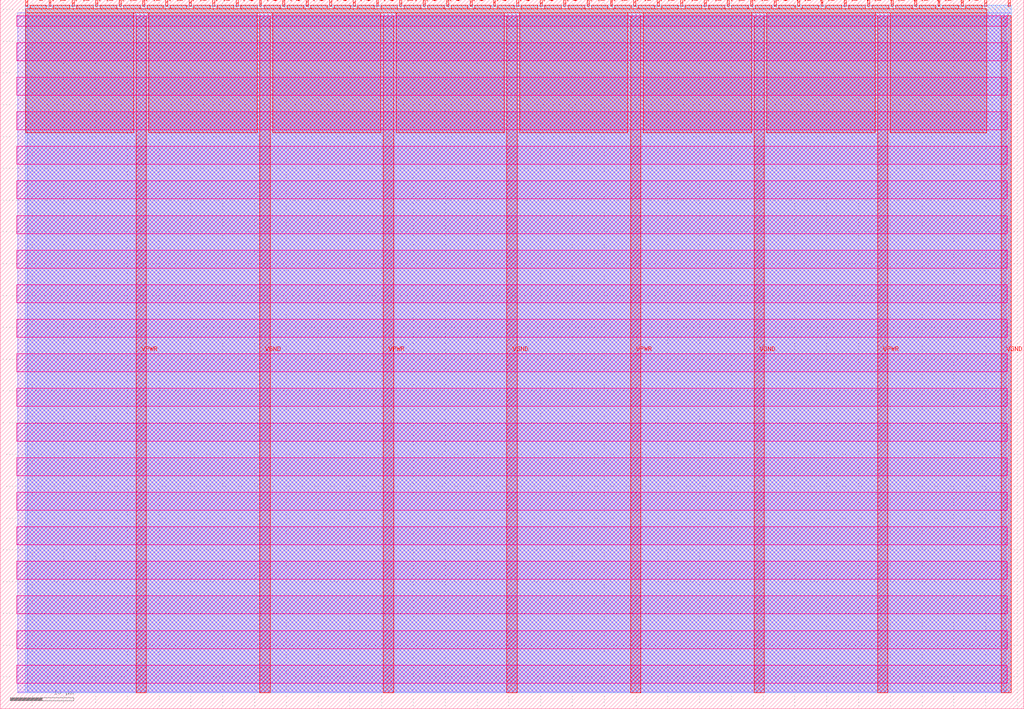
<source format=lef>
VERSION 5.7 ;
  NOWIREEXTENSIONATPIN ON ;
  DIVIDERCHAR "/" ;
  BUSBITCHARS "[]" ;
MACRO tt_um_rng
  CLASS BLOCK ;
  FOREIGN tt_um_rng ;
  ORIGIN 0.000 0.000 ;
  SIZE 161.000 BY 111.520 ;
  PIN VGND
    DIRECTION INOUT ;
    USE GROUND ;
    PORT
      LAYER met4 ;
        RECT 40.830 2.480 42.430 109.040 ;
    END
    PORT
      LAYER met4 ;
        RECT 79.700 2.480 81.300 109.040 ;
    END
    PORT
      LAYER met4 ;
        RECT 118.570 2.480 120.170 109.040 ;
    END
    PORT
      LAYER met4 ;
        RECT 157.440 2.480 159.040 109.040 ;
    END
  END VGND
  PIN VPWR
    DIRECTION INOUT ;
    USE POWER ;
    PORT
      LAYER met4 ;
        RECT 21.395 2.480 22.995 109.040 ;
    END
    PORT
      LAYER met4 ;
        RECT 60.265 2.480 61.865 109.040 ;
    END
    PORT
      LAYER met4 ;
        RECT 99.135 2.480 100.735 109.040 ;
    END
    PORT
      LAYER met4 ;
        RECT 138.005 2.480 139.605 109.040 ;
    END
  END VPWR
  PIN clk
    DIRECTION INPUT ;
    USE SIGNAL ;
    ANTENNAGATEAREA 0.852000 ;
    PORT
      LAYER met4 ;
        RECT 154.870 110.520 155.170 111.520 ;
    END
  END clk
  PIN ena
    DIRECTION INPUT ;
    USE SIGNAL ;
    PORT
      LAYER met4 ;
        RECT 158.550 110.520 158.850 111.520 ;
    END
  END ena
  PIN rst_n
    DIRECTION INPUT ;
    USE SIGNAL ;
    ANTENNAGATEAREA 0.213000 ;
    PORT
      LAYER met4 ;
        RECT 151.190 110.520 151.490 111.520 ;
    END
  END rst_n
  PIN ui_in[0]
    DIRECTION INPUT ;
    USE SIGNAL ;
    PORT
      LAYER met4 ;
        RECT 147.510 110.520 147.810 111.520 ;
    END
  END ui_in[0]
  PIN ui_in[1]
    DIRECTION INPUT ;
    USE SIGNAL ;
    PORT
      LAYER met4 ;
        RECT 143.830 110.520 144.130 111.520 ;
    END
  END ui_in[1]
  PIN ui_in[2]
    DIRECTION INPUT ;
    USE SIGNAL ;
    PORT
      LAYER met4 ;
        RECT 140.150 110.520 140.450 111.520 ;
    END
  END ui_in[2]
  PIN ui_in[3]
    DIRECTION INPUT ;
    USE SIGNAL ;
    PORT
      LAYER met4 ;
        RECT 136.470 110.520 136.770 111.520 ;
    END
  END ui_in[3]
  PIN ui_in[4]
    DIRECTION INPUT ;
    USE SIGNAL ;
    ANTENNAGATEAREA 0.213000 ;
    PORT
      LAYER met4 ;
        RECT 132.790 110.520 133.090 111.520 ;
    END
  END ui_in[4]
  PIN ui_in[5]
    DIRECTION INPUT ;
    USE SIGNAL ;
    ANTENNAGATEAREA 0.196500 ;
    PORT
      LAYER met4 ;
        RECT 129.110 110.520 129.410 111.520 ;
    END
  END ui_in[5]
  PIN ui_in[6]
    DIRECTION INPUT ;
    USE SIGNAL ;
    PORT
      LAYER met4 ;
        RECT 125.430 110.520 125.730 111.520 ;
    END
  END ui_in[6]
  PIN ui_in[7]
    DIRECTION INPUT ;
    USE SIGNAL ;
    PORT
      LAYER met4 ;
        RECT 121.750 110.520 122.050 111.520 ;
    END
  END ui_in[7]
  PIN uio_in[0]
    DIRECTION INPUT ;
    USE SIGNAL ;
    ANTENNAGATEAREA 0.213000 ;
    ANTENNADIFFAREA 0.434700 ;
    PORT
      LAYER met4 ;
        RECT 118.070 110.520 118.370 111.520 ;
    END
  END uio_in[0]
  PIN uio_in[1]
    DIRECTION INPUT ;
    USE SIGNAL ;
    ANTENNAGATEAREA 0.213000 ;
    ANTENNADIFFAREA 0.434700 ;
    PORT
      LAYER met4 ;
        RECT 114.390 110.520 114.690 111.520 ;
    END
  END uio_in[1]
  PIN uio_in[2]
    DIRECTION INPUT ;
    USE SIGNAL ;
    ANTENNAGATEAREA 0.159000 ;
    ANTENNADIFFAREA 0.434700 ;
    PORT
      LAYER met4 ;
        RECT 110.710 110.520 111.010 111.520 ;
    END
  END uio_in[2]
  PIN uio_in[3]
    DIRECTION INPUT ;
    USE SIGNAL ;
    ANTENNAGATEAREA 0.213000 ;
    ANTENNADIFFAREA 0.434700 ;
    PORT
      LAYER met4 ;
        RECT 107.030 110.520 107.330 111.520 ;
    END
  END uio_in[3]
  PIN uio_in[4]
    DIRECTION INPUT ;
    USE SIGNAL ;
    PORT
      LAYER met4 ;
        RECT 103.350 110.520 103.650 111.520 ;
    END
  END uio_in[4]
  PIN uio_in[5]
    DIRECTION INPUT ;
    USE SIGNAL ;
    PORT
      LAYER met4 ;
        RECT 99.670 110.520 99.970 111.520 ;
    END
  END uio_in[5]
  PIN uio_in[6]
    DIRECTION INPUT ;
    USE SIGNAL ;
    PORT
      LAYER met4 ;
        RECT 95.990 110.520 96.290 111.520 ;
    END
  END uio_in[6]
  PIN uio_in[7]
    DIRECTION INPUT ;
    USE SIGNAL ;
    PORT
      LAYER met4 ;
        RECT 92.310 110.520 92.610 111.520 ;
    END
  END uio_in[7]
  PIN uio_oe[0]
    DIRECTION OUTPUT TRISTATE ;
    USE SIGNAL ;
    PORT
      LAYER met4 ;
        RECT 29.750 110.520 30.050 111.520 ;
    END
  END uio_oe[0]
  PIN uio_oe[1]
    DIRECTION OUTPUT TRISTATE ;
    USE SIGNAL ;
    PORT
      LAYER met4 ;
        RECT 26.070 110.520 26.370 111.520 ;
    END
  END uio_oe[1]
  PIN uio_oe[2]
    DIRECTION OUTPUT TRISTATE ;
    USE SIGNAL ;
    PORT
      LAYER met4 ;
        RECT 22.390 110.520 22.690 111.520 ;
    END
  END uio_oe[2]
  PIN uio_oe[3]
    DIRECTION OUTPUT TRISTATE ;
    USE SIGNAL ;
    PORT
      LAYER met4 ;
        RECT 18.710 110.520 19.010 111.520 ;
    END
  END uio_oe[3]
  PIN uio_oe[4]
    DIRECTION OUTPUT TRISTATE ;
    USE SIGNAL ;
    PORT
      LAYER met4 ;
        RECT 15.030 110.520 15.330 111.520 ;
    END
  END uio_oe[4]
  PIN uio_oe[5]
    DIRECTION OUTPUT TRISTATE ;
    USE SIGNAL ;
    PORT
      LAYER met4 ;
        RECT 11.350 110.520 11.650 111.520 ;
    END
  END uio_oe[5]
  PIN uio_oe[6]
    DIRECTION OUTPUT TRISTATE ;
    USE SIGNAL ;
    PORT
      LAYER met4 ;
        RECT 7.670 110.520 7.970 111.520 ;
    END
  END uio_oe[6]
  PIN uio_oe[7]
    DIRECTION OUTPUT TRISTATE ;
    USE SIGNAL ;
    PORT
      LAYER met4 ;
        RECT 3.990 110.520 4.290 111.520 ;
    END
  END uio_oe[7]
  PIN uio_out[0]
    DIRECTION OUTPUT TRISTATE ;
    USE SIGNAL ;
    PORT
      LAYER met4 ;
        RECT 59.190 110.520 59.490 111.520 ;
    END
  END uio_out[0]
  PIN uio_out[1]
    DIRECTION OUTPUT TRISTATE ;
    USE SIGNAL ;
    PORT
      LAYER met4 ;
        RECT 55.510 110.520 55.810 111.520 ;
    END
  END uio_out[1]
  PIN uio_out[2]
    DIRECTION OUTPUT TRISTATE ;
    USE SIGNAL ;
    PORT
      LAYER met4 ;
        RECT 51.830 110.520 52.130 111.520 ;
    END
  END uio_out[2]
  PIN uio_out[3]
    DIRECTION OUTPUT TRISTATE ;
    USE SIGNAL ;
    PORT
      LAYER met4 ;
        RECT 48.150 110.520 48.450 111.520 ;
    END
  END uio_out[3]
  PIN uio_out[4]
    DIRECTION OUTPUT TRISTATE ;
    USE SIGNAL ;
    ANTENNADIFFAREA 0.795200 ;
    PORT
      LAYER met4 ;
        RECT 44.470 110.520 44.770 111.520 ;
    END
  END uio_out[4]
  PIN uio_out[5]
    DIRECTION OUTPUT TRISTATE ;
    USE SIGNAL ;
    ANTENNADIFFAREA 0.795200 ;
    PORT
      LAYER met4 ;
        RECT 40.790 110.520 41.090 111.520 ;
    END
  END uio_out[5]
  PIN uio_out[6]
    DIRECTION OUTPUT TRISTATE ;
    USE SIGNAL ;
    ANTENNADIFFAREA 0.445500 ;
    PORT
      LAYER met4 ;
        RECT 37.110 110.520 37.410 111.520 ;
    END
  END uio_out[6]
  PIN uio_out[7]
    DIRECTION OUTPUT TRISTATE ;
    USE SIGNAL ;
    ANTENNADIFFAREA 0.795200 ;
    PORT
      LAYER met4 ;
        RECT 33.430 110.520 33.730 111.520 ;
    END
  END uio_out[7]
  PIN uo_out[0]
    DIRECTION OUTPUT TRISTATE ;
    USE SIGNAL ;
    ANTENNADIFFAREA 0.891000 ;
    PORT
      LAYER met4 ;
        RECT 88.630 110.520 88.930 111.520 ;
    END
  END uo_out[0]
  PIN uo_out[1]
    DIRECTION OUTPUT TRISTATE ;
    USE SIGNAL ;
    ANTENNADIFFAREA 0.891000 ;
    PORT
      LAYER met4 ;
        RECT 84.950 110.520 85.250 111.520 ;
    END
  END uo_out[1]
  PIN uo_out[2]
    DIRECTION OUTPUT TRISTATE ;
    USE SIGNAL ;
    ANTENNADIFFAREA 0.891000 ;
    PORT
      LAYER met4 ;
        RECT 81.270 110.520 81.570 111.520 ;
    END
  END uo_out[2]
  PIN uo_out[3]
    DIRECTION OUTPUT TRISTATE ;
    USE SIGNAL ;
    ANTENNADIFFAREA 0.891000 ;
    PORT
      LAYER met4 ;
        RECT 77.590 110.520 77.890 111.520 ;
    END
  END uo_out[3]
  PIN uo_out[4]
    DIRECTION OUTPUT TRISTATE ;
    USE SIGNAL ;
    ANTENNADIFFAREA 0.891000 ;
    PORT
      LAYER met4 ;
        RECT 73.910 110.520 74.210 111.520 ;
    END
  END uo_out[4]
  PIN uo_out[5]
    DIRECTION OUTPUT TRISTATE ;
    USE SIGNAL ;
    ANTENNADIFFAREA 0.891000 ;
    PORT
      LAYER met4 ;
        RECT 70.230 110.520 70.530 111.520 ;
    END
  END uo_out[5]
  PIN uo_out[6]
    DIRECTION OUTPUT TRISTATE ;
    USE SIGNAL ;
    ANTENNADIFFAREA 0.891000 ;
    PORT
      LAYER met4 ;
        RECT 66.550 110.520 66.850 111.520 ;
    END
  END uo_out[6]
  PIN uo_out[7]
    DIRECTION OUTPUT TRISTATE ;
    USE SIGNAL ;
    ANTENNADIFFAREA 0.891000 ;
    PORT
      LAYER met4 ;
        RECT 62.870 110.520 63.170 111.520 ;
    END
  END uo_out[7]
  OBS
      LAYER nwell ;
        RECT 2.570 107.385 158.430 108.990 ;
        RECT 2.570 101.945 158.430 104.775 ;
        RECT 2.570 96.505 158.430 99.335 ;
        RECT 2.570 91.065 158.430 93.895 ;
        RECT 2.570 85.625 158.430 88.455 ;
        RECT 2.570 80.185 158.430 83.015 ;
        RECT 2.570 74.745 158.430 77.575 ;
        RECT 2.570 69.305 158.430 72.135 ;
        RECT 2.570 63.865 158.430 66.695 ;
        RECT 2.570 58.425 158.430 61.255 ;
        RECT 2.570 52.985 158.430 55.815 ;
        RECT 2.570 47.545 158.430 50.375 ;
        RECT 2.570 42.105 158.430 44.935 ;
        RECT 2.570 36.665 158.430 39.495 ;
        RECT 2.570 31.225 158.430 34.055 ;
        RECT 2.570 25.785 158.430 28.615 ;
        RECT 2.570 20.345 158.430 23.175 ;
        RECT 2.570 14.905 158.430 17.735 ;
        RECT 2.570 9.465 158.430 12.295 ;
        RECT 2.570 4.025 158.430 6.855 ;
      LAYER li1 ;
        RECT 2.760 2.635 158.240 108.885 ;
      LAYER met1 ;
        RECT 2.760 2.480 159.040 109.440 ;
      LAYER met2 ;
        RECT 4.230 2.535 159.010 110.685 ;
      LAYER met3 ;
        RECT 3.950 2.555 159.030 110.665 ;
      LAYER met4 ;
        RECT 4.690 110.120 7.270 110.665 ;
        RECT 8.370 110.120 10.950 110.665 ;
        RECT 12.050 110.120 14.630 110.665 ;
        RECT 15.730 110.120 18.310 110.665 ;
        RECT 19.410 110.120 21.990 110.665 ;
        RECT 23.090 110.120 25.670 110.665 ;
        RECT 26.770 110.120 29.350 110.665 ;
        RECT 30.450 110.120 33.030 110.665 ;
        RECT 34.130 110.120 36.710 110.665 ;
        RECT 37.810 110.120 40.390 110.665 ;
        RECT 41.490 110.120 44.070 110.665 ;
        RECT 45.170 110.120 47.750 110.665 ;
        RECT 48.850 110.120 51.430 110.665 ;
        RECT 52.530 110.120 55.110 110.665 ;
        RECT 56.210 110.120 58.790 110.665 ;
        RECT 59.890 110.120 62.470 110.665 ;
        RECT 63.570 110.120 66.150 110.665 ;
        RECT 67.250 110.120 69.830 110.665 ;
        RECT 70.930 110.120 73.510 110.665 ;
        RECT 74.610 110.120 77.190 110.665 ;
        RECT 78.290 110.120 80.870 110.665 ;
        RECT 81.970 110.120 84.550 110.665 ;
        RECT 85.650 110.120 88.230 110.665 ;
        RECT 89.330 110.120 91.910 110.665 ;
        RECT 93.010 110.120 95.590 110.665 ;
        RECT 96.690 110.120 99.270 110.665 ;
        RECT 100.370 110.120 102.950 110.665 ;
        RECT 104.050 110.120 106.630 110.665 ;
        RECT 107.730 110.120 110.310 110.665 ;
        RECT 111.410 110.120 113.990 110.665 ;
        RECT 115.090 110.120 117.670 110.665 ;
        RECT 118.770 110.120 121.350 110.665 ;
        RECT 122.450 110.120 125.030 110.665 ;
        RECT 126.130 110.120 128.710 110.665 ;
        RECT 129.810 110.120 132.390 110.665 ;
        RECT 133.490 110.120 136.070 110.665 ;
        RECT 137.170 110.120 139.750 110.665 ;
        RECT 140.850 110.120 143.430 110.665 ;
        RECT 144.530 110.120 147.110 110.665 ;
        RECT 148.210 110.120 150.790 110.665 ;
        RECT 151.890 110.120 154.470 110.665 ;
        RECT 3.975 109.440 155.185 110.120 ;
        RECT 3.975 90.615 20.995 109.440 ;
        RECT 23.395 90.615 40.430 109.440 ;
        RECT 42.830 90.615 59.865 109.440 ;
        RECT 62.265 90.615 79.300 109.440 ;
        RECT 81.700 90.615 98.735 109.440 ;
        RECT 101.135 90.615 118.170 109.440 ;
        RECT 120.570 90.615 137.605 109.440 ;
        RECT 140.005 90.615 155.185 109.440 ;
  END
END tt_um_rng
END LIBRARY


</source>
